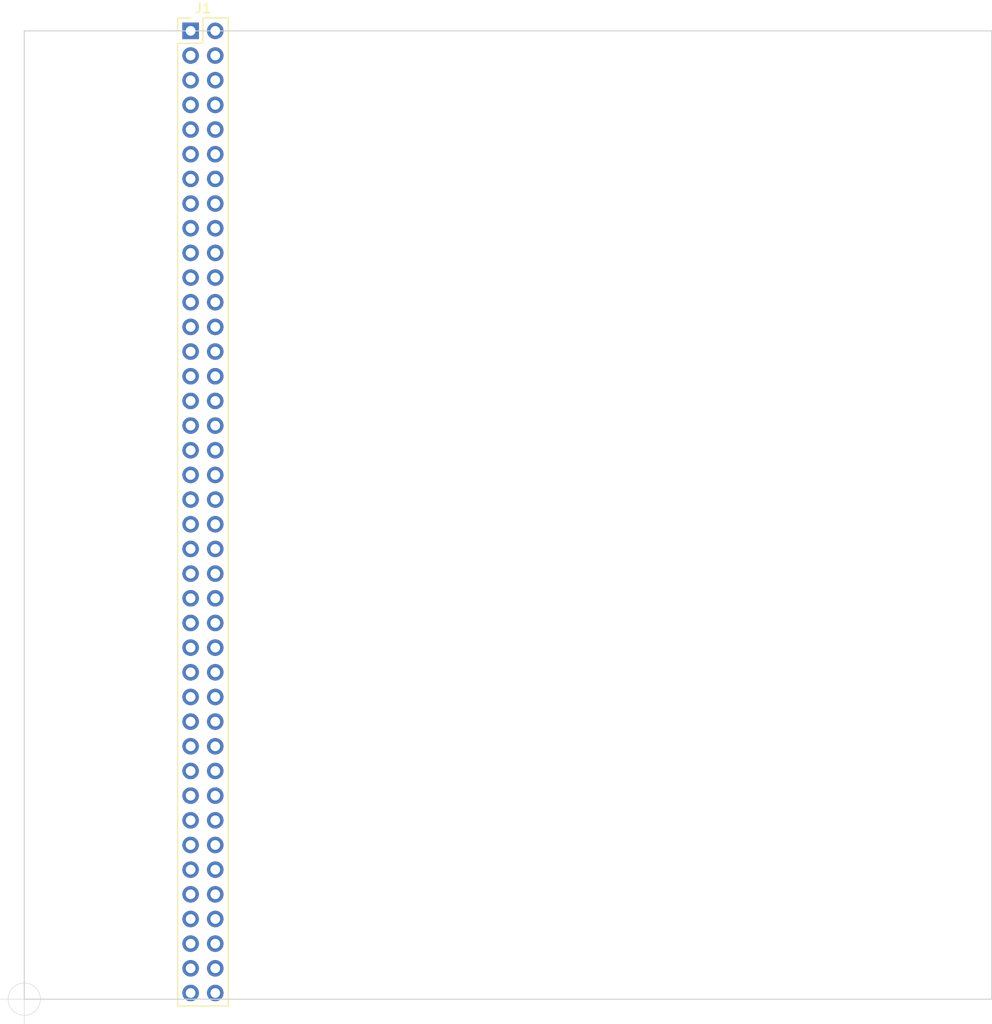
<source format=kicad_pcb>
(kicad_pcb (version 20171130) (host pcbnew "(5.1.4)-1")

  (general
    (thickness 1.6)
    (drawings 5)
    (tracks 0)
    (zones 0)
    (modules 1)
    (nets 1)
  )

  (page A4)
  (layers
    (0 F.Cu signal)
    (31 B.Cu signal)
    (32 B.Adhes user)
    (33 F.Adhes user)
    (34 B.Paste user)
    (35 F.Paste user)
    (36 B.SilkS user)
    (37 F.SilkS user)
    (38 B.Mask user)
    (39 F.Mask user)
    (40 Dwgs.User user)
    (41 Cmts.User user)
    (42 Eco1.User user)
    (43 Eco2.User user)
    (44 Edge.Cuts user)
    (45 Margin user)
    (46 B.CrtYd user)
    (47 F.CrtYd user)
    (48 B.Fab user)
    (49 F.Fab user)
  )

  (setup
    (last_trace_width 0.25)
    (trace_clearance 0.2)
    (zone_clearance 0.508)
    (zone_45_only no)
    (trace_min 0.2)
    (via_size 0.8)
    (via_drill 0.4)
    (via_min_size 0.4)
    (via_min_drill 0.3)
    (uvia_size 0.3)
    (uvia_drill 0.1)
    (uvias_allowed no)
    (uvia_min_size 0.2)
    (uvia_min_drill 0.1)
    (edge_width 0.05)
    (segment_width 0.2)
    (pcb_text_width 0.3)
    (pcb_text_size 1.5 1.5)
    (mod_edge_width 0.12)
    (mod_text_size 1 1)
    (mod_text_width 0.15)
    (pad_size 1.524 1.524)
    (pad_drill 0.762)
    (pad_to_mask_clearance 0.051)
    (solder_mask_min_width 0.25)
    (aux_axis_origin 0 0)
    (grid_origin 127.635 165.1)
    (visible_elements FFFFFF7F)
    (pcbplotparams
      (layerselection 0x010fc_ffffffff)
      (usegerberextensions false)
      (usegerberattributes false)
      (usegerberadvancedattributes false)
      (creategerberjobfile false)
      (excludeedgelayer true)
      (linewidth 0.100000)
      (plotframeref false)
      (viasonmask false)
      (mode 1)
      (useauxorigin false)
      (hpglpennumber 1)
      (hpglpenspeed 20)
      (hpglpendiameter 15.000000)
      (psnegative false)
      (psa4output false)
      (plotreference true)
      (plotvalue true)
      (plotinvisibletext false)
      (padsonsilk false)
      (subtractmaskfromsilk false)
      (outputformat 1)
      (mirror false)
      (drillshape 1)
      (scaleselection 1)
      (outputdirectory ""))
  )

  (net 0 "")

  (net_class Default "This is the default net class."
    (clearance 0.2)
    (trace_width 0.25)
    (via_dia 0.8)
    (via_drill 0.4)
    (uvia_dia 0.3)
    (uvia_drill 0.1)
    (add_net "Net-(J1-Pad1)")
    (add_net "Net-(J1-Pad10)")
    (add_net "Net-(J1-Pad11)")
    (add_net "Net-(J1-Pad12)")
    (add_net "Net-(J1-Pad13)")
    (add_net "Net-(J1-Pad14)")
    (add_net "Net-(J1-Pad15)")
    (add_net "Net-(J1-Pad16)")
    (add_net "Net-(J1-Pad17)")
    (add_net "Net-(J1-Pad18)")
    (add_net "Net-(J1-Pad19)")
    (add_net "Net-(J1-Pad2)")
    (add_net "Net-(J1-Pad20)")
    (add_net "Net-(J1-Pad21)")
    (add_net "Net-(J1-Pad22)")
    (add_net "Net-(J1-Pad23)")
    (add_net "Net-(J1-Pad24)")
    (add_net "Net-(J1-Pad25)")
    (add_net "Net-(J1-Pad26)")
    (add_net "Net-(J1-Pad27)")
    (add_net "Net-(J1-Pad28)")
    (add_net "Net-(J1-Pad29)")
    (add_net "Net-(J1-Pad3)")
    (add_net "Net-(J1-Pad30)")
    (add_net "Net-(J1-Pad31)")
    (add_net "Net-(J1-Pad32)")
    (add_net "Net-(J1-Pad33)")
    (add_net "Net-(J1-Pad34)")
    (add_net "Net-(J1-Pad35)")
    (add_net "Net-(J1-Pad36)")
    (add_net "Net-(J1-Pad37)")
    (add_net "Net-(J1-Pad38)")
    (add_net "Net-(J1-Pad39)")
    (add_net "Net-(J1-Pad4)")
    (add_net "Net-(J1-Pad40)")
    (add_net "Net-(J1-Pad41)")
    (add_net "Net-(J1-Pad42)")
    (add_net "Net-(J1-Pad43)")
    (add_net "Net-(J1-Pad44)")
    (add_net "Net-(J1-Pad45)")
    (add_net "Net-(J1-Pad46)")
    (add_net "Net-(J1-Pad47)")
    (add_net "Net-(J1-Pad48)")
    (add_net "Net-(J1-Pad49)")
    (add_net "Net-(J1-Pad5)")
    (add_net "Net-(J1-Pad50)")
    (add_net "Net-(J1-Pad51)")
    (add_net "Net-(J1-Pad52)")
    (add_net "Net-(J1-Pad53)")
    (add_net "Net-(J1-Pad54)")
    (add_net "Net-(J1-Pad55)")
    (add_net "Net-(J1-Pad56)")
    (add_net "Net-(J1-Pad57)")
    (add_net "Net-(J1-Pad58)")
    (add_net "Net-(J1-Pad59)")
    (add_net "Net-(J1-Pad6)")
    (add_net "Net-(J1-Pad60)")
    (add_net "Net-(J1-Pad61)")
    (add_net "Net-(J1-Pad62)")
    (add_net "Net-(J1-Pad63)")
    (add_net "Net-(J1-Pad64)")
    (add_net "Net-(J1-Pad65)")
    (add_net "Net-(J1-Pad66)")
    (add_net "Net-(J1-Pad67)")
    (add_net "Net-(J1-Pad68)")
    (add_net "Net-(J1-Pad69)")
    (add_net "Net-(J1-Pad7)")
    (add_net "Net-(J1-Pad70)")
    (add_net "Net-(J1-Pad71)")
    (add_net "Net-(J1-Pad72)")
    (add_net "Net-(J1-Pad73)")
    (add_net "Net-(J1-Pad74)")
    (add_net "Net-(J1-Pad75)")
    (add_net "Net-(J1-Pad76)")
    (add_net "Net-(J1-Pad77)")
    (add_net "Net-(J1-Pad78)")
    (add_net "Net-(J1-Pad79)")
    (add_net "Net-(J1-Pad8)")
    (add_net "Net-(J1-Pad80)")
    (add_net "Net-(J1-Pad9)")
  )

  (module Connector_PinHeader_2.54mm:PinHeader_2x40_P2.54mm_Vertical (layer F.Cu) (tedit 59FED5CC) (tstamp 5E3BB4DD)
    (at 144.78 65.405)
    (descr "Through hole straight pin header, 2x40, 2.54mm pitch, double rows")
    (tags "Through hole pin header THT 2x40 2.54mm double row")
    (path /5F14FECD)
    (fp_text reference J1 (at 1.27 -2.33) (layer F.SilkS)
      (effects (font (size 1 1) (thickness 0.15)))
    )
    (fp_text value Conn_02x40_Odd_Even (at 1.27 101.39) (layer F.Fab)
      (effects (font (size 1 1) (thickness 0.15)))
    )
    (fp_text user %R (at 1.27 49.53 90) (layer F.Fab)
      (effects (font (size 1 1) (thickness 0.15)))
    )
    (fp_line (start 4.35 -1.8) (end -1.8 -1.8) (layer F.CrtYd) (width 0.05))
    (fp_line (start 4.35 100.85) (end 4.35 -1.8) (layer F.CrtYd) (width 0.05))
    (fp_line (start -1.8 100.85) (end 4.35 100.85) (layer F.CrtYd) (width 0.05))
    (fp_line (start -1.8 -1.8) (end -1.8 100.85) (layer F.CrtYd) (width 0.05))
    (fp_line (start -1.33 -1.33) (end 0 -1.33) (layer F.SilkS) (width 0.12))
    (fp_line (start -1.33 0) (end -1.33 -1.33) (layer F.SilkS) (width 0.12))
    (fp_line (start 1.27 -1.33) (end 3.87 -1.33) (layer F.SilkS) (width 0.12))
    (fp_line (start 1.27 1.27) (end 1.27 -1.33) (layer F.SilkS) (width 0.12))
    (fp_line (start -1.33 1.27) (end 1.27 1.27) (layer F.SilkS) (width 0.12))
    (fp_line (start 3.87 -1.33) (end 3.87 100.39) (layer F.SilkS) (width 0.12))
    (fp_line (start -1.33 1.27) (end -1.33 100.39) (layer F.SilkS) (width 0.12))
    (fp_line (start -1.33 100.39) (end 3.87 100.39) (layer F.SilkS) (width 0.12))
    (fp_line (start -1.27 0) (end 0 -1.27) (layer F.Fab) (width 0.1))
    (fp_line (start -1.27 100.33) (end -1.27 0) (layer F.Fab) (width 0.1))
    (fp_line (start 3.81 100.33) (end -1.27 100.33) (layer F.Fab) (width 0.1))
    (fp_line (start 3.81 -1.27) (end 3.81 100.33) (layer F.Fab) (width 0.1))
    (fp_line (start 0 -1.27) (end 3.81 -1.27) (layer F.Fab) (width 0.1))
    (pad 80 thru_hole oval (at 2.54 99.06) (size 1.7 1.7) (drill 1) (layers *.Cu *.Mask))
    (pad 79 thru_hole oval (at 0 99.06) (size 1.7 1.7) (drill 1) (layers *.Cu *.Mask))
    (pad 78 thru_hole oval (at 2.54 96.52) (size 1.7 1.7) (drill 1) (layers *.Cu *.Mask))
    (pad 77 thru_hole oval (at 0 96.52) (size 1.7 1.7) (drill 1) (layers *.Cu *.Mask))
    (pad 76 thru_hole oval (at 2.54 93.98) (size 1.7 1.7) (drill 1) (layers *.Cu *.Mask))
    (pad 75 thru_hole oval (at 0 93.98) (size 1.7 1.7) (drill 1) (layers *.Cu *.Mask))
    (pad 74 thru_hole oval (at 2.54 91.44) (size 1.7 1.7) (drill 1) (layers *.Cu *.Mask))
    (pad 73 thru_hole oval (at 0 91.44) (size 1.7 1.7) (drill 1) (layers *.Cu *.Mask))
    (pad 72 thru_hole oval (at 2.54 88.9) (size 1.7 1.7) (drill 1) (layers *.Cu *.Mask))
    (pad 71 thru_hole oval (at 0 88.9) (size 1.7 1.7) (drill 1) (layers *.Cu *.Mask))
    (pad 70 thru_hole oval (at 2.54 86.36) (size 1.7 1.7) (drill 1) (layers *.Cu *.Mask))
    (pad 69 thru_hole oval (at 0 86.36) (size 1.7 1.7) (drill 1) (layers *.Cu *.Mask))
    (pad 68 thru_hole oval (at 2.54 83.82) (size 1.7 1.7) (drill 1) (layers *.Cu *.Mask))
    (pad 67 thru_hole oval (at 0 83.82) (size 1.7 1.7) (drill 1) (layers *.Cu *.Mask))
    (pad 66 thru_hole oval (at 2.54 81.28) (size 1.7 1.7) (drill 1) (layers *.Cu *.Mask))
    (pad 65 thru_hole oval (at 0 81.28) (size 1.7 1.7) (drill 1) (layers *.Cu *.Mask))
    (pad 64 thru_hole oval (at 2.54 78.74) (size 1.7 1.7) (drill 1) (layers *.Cu *.Mask))
    (pad 63 thru_hole oval (at 0 78.74) (size 1.7 1.7) (drill 1) (layers *.Cu *.Mask))
    (pad 62 thru_hole oval (at 2.54 76.2) (size 1.7 1.7) (drill 1) (layers *.Cu *.Mask))
    (pad 61 thru_hole oval (at 0 76.2) (size 1.7 1.7) (drill 1) (layers *.Cu *.Mask))
    (pad 60 thru_hole oval (at 2.54 73.66) (size 1.7 1.7) (drill 1) (layers *.Cu *.Mask))
    (pad 59 thru_hole oval (at 0 73.66) (size 1.7 1.7) (drill 1) (layers *.Cu *.Mask))
    (pad 58 thru_hole oval (at 2.54 71.12) (size 1.7 1.7) (drill 1) (layers *.Cu *.Mask))
    (pad 57 thru_hole oval (at 0 71.12) (size 1.7 1.7) (drill 1) (layers *.Cu *.Mask))
    (pad 56 thru_hole oval (at 2.54 68.58) (size 1.7 1.7) (drill 1) (layers *.Cu *.Mask))
    (pad 55 thru_hole oval (at 0 68.58) (size 1.7 1.7) (drill 1) (layers *.Cu *.Mask))
    (pad 54 thru_hole oval (at 2.54 66.04) (size 1.7 1.7) (drill 1) (layers *.Cu *.Mask))
    (pad 53 thru_hole oval (at 0 66.04) (size 1.7 1.7) (drill 1) (layers *.Cu *.Mask))
    (pad 52 thru_hole oval (at 2.54 63.5) (size 1.7 1.7) (drill 1) (layers *.Cu *.Mask))
    (pad 51 thru_hole oval (at 0 63.5) (size 1.7 1.7) (drill 1) (layers *.Cu *.Mask))
    (pad 50 thru_hole oval (at 2.54 60.96) (size 1.7 1.7) (drill 1) (layers *.Cu *.Mask))
    (pad 49 thru_hole oval (at 0 60.96) (size 1.7 1.7) (drill 1) (layers *.Cu *.Mask))
    (pad 48 thru_hole oval (at 2.54 58.42) (size 1.7 1.7) (drill 1) (layers *.Cu *.Mask))
    (pad 47 thru_hole oval (at 0 58.42) (size 1.7 1.7) (drill 1) (layers *.Cu *.Mask))
    (pad 46 thru_hole oval (at 2.54 55.88) (size 1.7 1.7) (drill 1) (layers *.Cu *.Mask))
    (pad 45 thru_hole oval (at 0 55.88) (size 1.7 1.7) (drill 1) (layers *.Cu *.Mask))
    (pad 44 thru_hole oval (at 2.54 53.34) (size 1.7 1.7) (drill 1) (layers *.Cu *.Mask))
    (pad 43 thru_hole oval (at 0 53.34) (size 1.7 1.7) (drill 1) (layers *.Cu *.Mask))
    (pad 42 thru_hole oval (at 2.54 50.8) (size 1.7 1.7) (drill 1) (layers *.Cu *.Mask))
    (pad 41 thru_hole oval (at 0 50.8) (size 1.7 1.7) (drill 1) (layers *.Cu *.Mask))
    (pad 40 thru_hole oval (at 2.54 48.26) (size 1.7 1.7) (drill 1) (layers *.Cu *.Mask))
    (pad 39 thru_hole oval (at 0 48.26) (size 1.7 1.7) (drill 1) (layers *.Cu *.Mask))
    (pad 38 thru_hole oval (at 2.54 45.72) (size 1.7 1.7) (drill 1) (layers *.Cu *.Mask))
    (pad 37 thru_hole oval (at 0 45.72) (size 1.7 1.7) (drill 1) (layers *.Cu *.Mask))
    (pad 36 thru_hole oval (at 2.54 43.18) (size 1.7 1.7) (drill 1) (layers *.Cu *.Mask))
    (pad 35 thru_hole oval (at 0 43.18) (size 1.7 1.7) (drill 1) (layers *.Cu *.Mask))
    (pad 34 thru_hole oval (at 2.54 40.64) (size 1.7 1.7) (drill 1) (layers *.Cu *.Mask))
    (pad 33 thru_hole oval (at 0 40.64) (size 1.7 1.7) (drill 1) (layers *.Cu *.Mask))
    (pad 32 thru_hole oval (at 2.54 38.1) (size 1.7 1.7) (drill 1) (layers *.Cu *.Mask))
    (pad 31 thru_hole oval (at 0 38.1) (size 1.7 1.7) (drill 1) (layers *.Cu *.Mask))
    (pad 30 thru_hole oval (at 2.54 35.56) (size 1.7 1.7) (drill 1) (layers *.Cu *.Mask))
    (pad 29 thru_hole oval (at 0 35.56) (size 1.7 1.7) (drill 1) (layers *.Cu *.Mask))
    (pad 28 thru_hole oval (at 2.54 33.02) (size 1.7 1.7) (drill 1) (layers *.Cu *.Mask))
    (pad 27 thru_hole oval (at 0 33.02) (size 1.7 1.7) (drill 1) (layers *.Cu *.Mask))
    (pad 26 thru_hole oval (at 2.54 30.48) (size 1.7 1.7) (drill 1) (layers *.Cu *.Mask))
    (pad 25 thru_hole oval (at 0 30.48) (size 1.7 1.7) (drill 1) (layers *.Cu *.Mask))
    (pad 24 thru_hole oval (at 2.54 27.94) (size 1.7 1.7) (drill 1) (layers *.Cu *.Mask))
    (pad 23 thru_hole oval (at 0 27.94) (size 1.7 1.7) (drill 1) (layers *.Cu *.Mask))
    (pad 22 thru_hole oval (at 2.54 25.4) (size 1.7 1.7) (drill 1) (layers *.Cu *.Mask))
    (pad 21 thru_hole oval (at 0 25.4) (size 1.7 1.7) (drill 1) (layers *.Cu *.Mask))
    (pad 20 thru_hole oval (at 2.54 22.86) (size 1.7 1.7) (drill 1) (layers *.Cu *.Mask))
    (pad 19 thru_hole oval (at 0 22.86) (size 1.7 1.7) (drill 1) (layers *.Cu *.Mask))
    (pad 18 thru_hole oval (at 2.54 20.32) (size 1.7 1.7) (drill 1) (layers *.Cu *.Mask))
    (pad 17 thru_hole oval (at 0 20.32) (size 1.7 1.7) (drill 1) (layers *.Cu *.Mask))
    (pad 16 thru_hole oval (at 2.54 17.78) (size 1.7 1.7) (drill 1) (layers *.Cu *.Mask))
    (pad 15 thru_hole oval (at 0 17.78) (size 1.7 1.7) (drill 1) (layers *.Cu *.Mask))
    (pad 14 thru_hole oval (at 2.54 15.24) (size 1.7 1.7) (drill 1) (layers *.Cu *.Mask))
    (pad 13 thru_hole oval (at 0 15.24) (size 1.7 1.7) (drill 1) (layers *.Cu *.Mask))
    (pad 12 thru_hole oval (at 2.54 12.7) (size 1.7 1.7) (drill 1) (layers *.Cu *.Mask))
    (pad 11 thru_hole oval (at 0 12.7) (size 1.7 1.7) (drill 1) (layers *.Cu *.Mask))
    (pad 10 thru_hole oval (at 2.54 10.16) (size 1.7 1.7) (drill 1) (layers *.Cu *.Mask))
    (pad 9 thru_hole oval (at 0 10.16) (size 1.7 1.7) (drill 1) (layers *.Cu *.Mask))
    (pad 8 thru_hole oval (at 2.54 7.62) (size 1.7 1.7) (drill 1) (layers *.Cu *.Mask))
    (pad 7 thru_hole oval (at 0 7.62) (size 1.7 1.7) (drill 1) (layers *.Cu *.Mask))
    (pad 6 thru_hole oval (at 2.54 5.08) (size 1.7 1.7) (drill 1) (layers *.Cu *.Mask))
    (pad 5 thru_hole oval (at 0 5.08) (size 1.7 1.7) (drill 1) (layers *.Cu *.Mask))
    (pad 4 thru_hole oval (at 2.54 2.54) (size 1.7 1.7) (drill 1) (layers *.Cu *.Mask))
    (pad 3 thru_hole oval (at 0 2.54) (size 1.7 1.7) (drill 1) (layers *.Cu *.Mask))
    (pad 2 thru_hole oval (at 2.54 0) (size 1.7 1.7) (drill 1) (layers *.Cu *.Mask))
    (pad 1 thru_hole rect (at 0 0) (size 1.7 1.7) (drill 1) (layers *.Cu *.Mask))
    (model ${KISYS3DMOD}/Connector_PinHeader_2.54mm.3dshapes/PinHeader_2x40_P2.54mm_Vertical.wrl
      (at (xyz 0 0 0))
      (scale (xyz 1 1 1))
      (rotate (xyz 0 0 0))
    )
  )

  (gr_line (start 227.33 165.1) (end 127.635 165.1) (layer Edge.Cuts) (width 0.1))
  (gr_line (start 227.33 65.405) (end 227.33 165.1) (layer Edge.Cuts) (width 0.1))
  (gr_line (start 127.635 65.405) (end 227.33 65.405) (layer Edge.Cuts) (width 0.1))
  (gr_line (start 127.635 165.1) (end 127.635 65.405) (layer Edge.Cuts) (width 0.1))
  (target plus (at 127.635 165.1) (size 5) (width 0.05) (layer Edge.Cuts))

)

</source>
